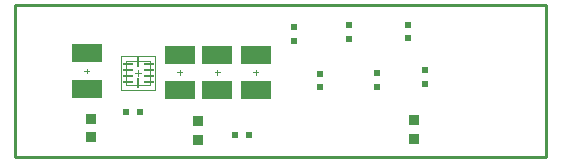
<source format=gtp>
G04 Layer_Color=8421504*
%FSLAX44Y44*%
%MOMM*%
G71*
G01*
G75*
%ADD10R,0.5500X0.5500*%
%ADD11R,2.6000X1.5000*%
%ADD12R,0.8500X0.8500*%
%ADD13R,0.5500X0.5500*%
%ADD14R,0.9000X0.2500*%
%ADD15R,0.2500X0.9000*%
%ADD18C,0.1000*%
%ADD19C,0.2540*%
%ADD20C,0.0500*%
D10*
X303500Y130843D02*
D03*
Y119158D02*
D03*
X256500Y129592D02*
D03*
Y117908D02*
D03*
X278500Y90092D02*
D03*
Y78408D02*
D03*
X327249Y90593D02*
D03*
Y78909D02*
D03*
X367250Y93343D02*
D03*
Y81659D02*
D03*
X353250Y131593D02*
D03*
Y119909D02*
D03*
D11*
X81000Y77250D02*
D03*
Y107250D02*
D03*
X159750Y76000D02*
D03*
Y106000D02*
D03*
X191750Y76000D02*
D03*
Y106000D02*
D03*
X224000Y76000D02*
D03*
Y106000D02*
D03*
D12*
X85000Y36251D02*
D03*
Y51750D02*
D03*
X175500Y34000D02*
D03*
Y49500D02*
D03*
X358500Y50500D02*
D03*
Y35000D02*
D03*
D13*
X206657Y38250D02*
D03*
X218341D02*
D03*
X114408Y57500D02*
D03*
X126092D02*
D03*
D14*
X116000Y98250D02*
D03*
Y93251D02*
D03*
Y88250D02*
D03*
Y83251D02*
D03*
X133500D02*
D03*
Y88250D02*
D03*
Y93251D02*
D03*
Y98250D02*
D03*
D15*
X124750Y82000D02*
D03*
Y99500D02*
D03*
D18*
X81000Y90251D02*
Y94251D01*
X79000Y92251D02*
X83000D01*
X159750Y89000D02*
Y93000D01*
X157750Y91000D02*
X161750D01*
X191750Y89000D02*
Y93000D01*
X189750Y91000D02*
X193750D01*
X224000Y89000D02*
Y93000D01*
X222000Y91000D02*
X226000D01*
X134750Y80751D02*
Y100751D01*
X114750Y80751D02*
X134750D01*
X114750D02*
Y100751D01*
X134750D01*
X122250Y90751D02*
X127250D01*
X124750Y88250D02*
Y93251D01*
D19*
X20250Y148000D02*
X470250D01*
Y20000D02*
Y148000D01*
X470000Y19750D02*
X470250Y20000D01*
X20500Y19750D02*
X470000D01*
X20250Y20000D02*
X20500Y19750D01*
X20250Y20000D02*
Y148000D01*
D20*
X139000Y76500D02*
Y105001D01*
X110500Y76500D02*
X139000D01*
X110500D02*
Y105001D01*
X139000D01*
M02*

</source>
